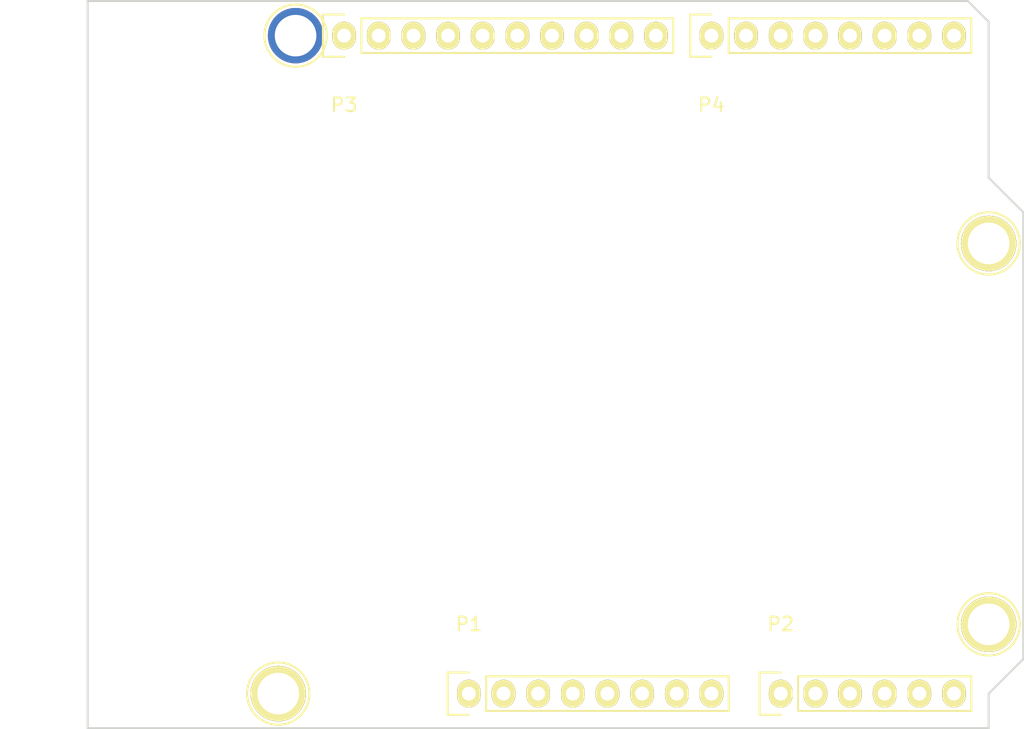
<source format=kicad_pcb>
(kicad_pcb (version 4) (host pcbnew "(2015-03-25 BZR 5536)-product")

  (general
    (links 4)
    (no_connects 4)
    (area 110.922999 72.949999 179.653001 126.440001)
    (thickness 1.6)
    (drawings 26)
    (tracks 0)
    (zones 0)
    (modules 8)
    (nets 29)
  )

  (page A4)
  (title_block
    (date "lun. 30 mars 2015")
  )

  (layers
    (0 F.Cu signal)
    (31 B.Cu signal)
    (32 B.Adhes user)
    (33 F.Adhes user)
    (34 B.Paste user)
    (35 F.Paste user)
    (36 B.SilkS user)
    (37 F.SilkS user)
    (38 B.Mask user)
    (39 F.Mask user)
    (40 Dwgs.User user)
    (41 Cmts.User user)
    (42 Eco1.User user)
    (43 Eco2.User user)
    (44 Edge.Cuts user)
    (45 Margin user)
    (46 B.CrtYd user)
    (47 F.CrtYd user)
    (48 B.Fab user)
    (49 F.Fab user)
  )

  (setup
    (last_trace_width 0.25)
    (trace_clearance 0.2)
    (zone_clearance 0.508)
    (zone_45_only no)
    (trace_min 0.2)
    (segment_width 0.15)
    (edge_width 0.15)
    (via_size 0.6)
    (via_drill 0.4)
    (via_min_size 0.4)
    (via_min_drill 0.3)
    (uvia_size 0.3)
    (uvia_drill 0.1)
    (uvias_allowed no)
    (uvia_min_size 0.2)
    (uvia_min_drill 0.1)
    (pcb_text_width 0.3)
    (pcb_text_size 1.5 1.5)
    (mod_edge_width 0.15)
    (mod_text_size 1 1)
    (mod_text_width 0.15)
    (pad_size 4.064 4.064)
    (pad_drill 3.048)
    (pad_to_mask_clearance 0)
    (aux_axis_origin 110.998 126.365)
    (grid_origin 110.998 126.365)
    (visible_elements FFFFFF7F)
    (pcbplotparams
      (layerselection 0x00030_80000001)
      (usegerberextensions false)
      (excludeedgelayer true)
      (linewidth 0.100000)
      (plotframeref false)
      (viasonmask false)
      (mode 1)
      (useauxorigin false)
      (hpglpennumber 1)
      (hpglpenspeed 20)
      (hpglpendiameter 15)
      (hpglpenoverlay 2)
      (psnegative false)
      (psa4output false)
      (plotreference true)
      (plotvalue true)
      (plotinvisibletext false)
      (padsonsilk false)
      (subtractmaskfromsilk false)
      (outputformat 1)
      (mirror false)
      (drillshape 1)
      (scaleselection 1)
      (outputdirectory ""))
  )

  (net 0 "")
  (net 1 /NC)
  (net 2 /IOREF)
  (net 3 /Reset)
  (net 4 +3.3V)
  (net 5 +5V)
  (net 6 GND)
  (net 7 /Vin)
  (net 8 /A0)
  (net 9 /A1)
  (net 10 /A2)
  (net 11 /A3)
  (net 12 /AREF)
  (net 13 "/A4(SDA)")
  (net 14 "/A5(SCL)")
  (net 15 /13)
  (net 16 /12)
  (net 17 "/11(**)")
  (net 18 "/10(**)")
  (net 19 "/9(**)")
  (net 20 /8)
  (net 21 /7)
  (net 22 "/6(**)")
  (net 23 "/5(**)")
  (net 24 /4)
  (net 25 "/3(**)")
  (net 26 /2)
  (net 27 "/1(Tx)")
  (net 28 "/0(Rx)")

  (net_class Default "This is the default net class."
    (clearance 0.2)
    (trace_width 0.25)
    (via_dia 0.6)
    (via_drill 0.4)
    (uvia_dia 0.3)
    (uvia_drill 0.1)
    (add_net +3.3V)
    (add_net +5V)
    (add_net "/0(Rx)")
    (add_net "/1(Tx)")
    (add_net "/10(**)")
    (add_net "/11(**)")
    (add_net /12)
    (add_net /13)
    (add_net /2)
    (add_net "/3(**)")
    (add_net /4)
    (add_net "/5(**)")
    (add_net "/6(**)")
    (add_net /7)
    (add_net /8)
    (add_net "/9(**)")
    (add_net /A0)
    (add_net /A1)
    (add_net /A2)
    (add_net /A3)
    (add_net "/A4(SDA)")
    (add_net "/A5(SCL)")
    (add_net /AREF)
    (add_net /IOREF)
    (add_net /NC)
    (add_net /Reset)
    (add_net /Vin)
    (add_net GND)
  )

  (module Connect:1pin (layer F.Cu) (tedit 551AF6AF) (tstamp 551AF526)
    (at 126.238 75.565)
    (descr "module 1 pin (ou trou mecanique de percage)")
    (tags DEV)
    (fp_text reference REF** (at 0 -3.048) (layer F.SilkS) hide
      (effects (font (size 1 1) (thickness 0.15)))
    )
    (fp_text value 1pin (at 0 2.794) (layer F.Fab) hide
      (effects (font (size 1 1) (thickness 0.15)))
    )
    (fp_circle (center 0 0) (end 0 -2.286) (layer F.SilkS) (width 0.15))
    (pad "" thru_hole circle (at 0 0) (size 4.064 4.064) (drill 3.048) (layers *.Cu *.Mask))
  )

  (module Connect:1pin (layer F.Cu) (tedit 551AF6A9) (tstamp 551AF644)
    (at 177.038 90.805)
    (descr "module 1 pin (ou trou mecanique de percage)")
    (tags DEV)
    (fp_text reference REF** (at 0 -3.048) (layer F.SilkS) hide
      (effects (font (size 1 1) (thickness 0.15)))
    )
    (fp_text value 1pin (at 0 2.794) (layer F.Fab) hide
      (effects (font (size 1 1) (thickness 0.15)))
    )
    (fp_circle (center 0 0) (end 0 -2.286) (layer F.SilkS) (width 0.15))
    (pad "" thru_hole circle (at 0 0) (size 4.064 4.064) (drill 3.048) (layers *.Cu *.Mask F.SilkS))
  )

  (module Connect:1pin (layer F.Cu) (tedit 551AF6DC) (tstamp 551AF6B8)
    (at 124.968 123.825)
    (descr "module 1 pin (ou trou mecanique de percage)")
    (tags DEV)
    (fp_text reference REF** (at 0 -3.048) (layer F.SilkS) hide
      (effects (font (size 1 1) (thickness 0.15)))
    )
    (fp_text value 1pin (at 0 2.794) (layer F.Fab) hide
      (effects (font (size 1 1) (thickness 0.15)))
    )
    (fp_circle (center 0 0) (end 0 -2.286) (layer F.SilkS) (width 0.15))
    (pad "" thru_hole circle (at 0 0) (size 4.064 4.064) (drill 3.048) (layers *.Cu *.Mask F.SilkS))
  )

  (module Connect:1pin (layer F.Cu) (tedit 551AF703) (tstamp 551AF6E7)
    (at 177.038 118.745)
    (descr "module 1 pin (ou trou mecanique de percage)")
    (tags DEV)
    (fp_text reference REF** (at 0 -3.048) (layer F.SilkS) hide
      (effects (font (size 1 1) (thickness 0.15)))
    )
    (fp_text value 1pin (at 0 2.794) (layer F.Fab) hide
      (effects (font (size 1 1) (thickness 0.15)))
    )
    (fp_circle (center 0 0) (end 0 -2.286) (layer F.SilkS) (width 0.15))
    (pad "" thru_hole circle (at 0 0) (size 4.064 4.064) (drill 3.048) (layers *.Cu *.Mask F.SilkS))
  )

  (module Socket_Arduino_Uno:Socket_Strip_Arduino_1x08 (layer F.Cu) (tedit 551AF8B3) (tstamp 551AF9EA)
    (at 138.938 123.825)
    (descr "Through hole socket strip")
    (tags "socket strip")
    (path /5517C2C1)
    (fp_text reference P1 (at 0 -5.1) (layer F.SilkS)
      (effects (font (size 1 1) (thickness 0.15)))
    )
    (fp_text value Power (at 0 -3.1) (layer F.Fab)
      (effects (font (size 1 1) (thickness 0.15)))
    )
    (fp_line (start -1.75 -1.75) (end -1.75 1.75) (layer F.CrtYd) (width 0.05))
    (fp_line (start 19.55 -1.75) (end 19.55 1.75) (layer F.CrtYd) (width 0.05))
    (fp_line (start -1.75 -1.75) (end 19.55 -1.75) (layer F.CrtYd) (width 0.05))
    (fp_line (start -1.75 1.75) (end 19.55 1.75) (layer F.CrtYd) (width 0.05))
    (fp_line (start 1.27 1.27) (end 19.05 1.27) (layer F.SilkS) (width 0.15))
    (fp_line (start 19.05 1.27) (end 19.05 -1.27) (layer F.SilkS) (width 0.15))
    (fp_line (start 19.05 -1.27) (end 1.27 -1.27) (layer F.SilkS) (width 0.15))
    (fp_line (start -1.55 1.55) (end 0 1.55) (layer F.SilkS) (width 0.15))
    (fp_line (start 1.27 1.27) (end 1.27 -1.27) (layer F.SilkS) (width 0.15))
    (fp_line (start 0 -1.55) (end -1.55 -1.55) (layer F.SilkS) (width 0.15))
    (fp_line (start -1.55 -1.55) (end -1.55 1.55) (layer F.SilkS) (width 0.15))
    (pad 1 thru_hole oval (at 0 0) (size 1.7272 2.032) (drill 1.016) (layers *.Cu *.Mask F.SilkS)
      (net 1 /NC))
    (pad 2 thru_hole oval (at 2.54 0) (size 1.7272 2.032) (drill 1.016) (layers *.Cu *.Mask F.SilkS)
      (net 2 /IOREF))
    (pad 3 thru_hole oval (at 5.08 0) (size 1.7272 2.032) (drill 1.016) (layers *.Cu *.Mask F.SilkS)
      (net 3 /Reset))
    (pad 4 thru_hole oval (at 7.62 0) (size 1.7272 2.032) (drill 1.016) (layers *.Cu *.Mask F.SilkS)
      (net 4 +3.3V))
    (pad 5 thru_hole oval (at 10.16 0) (size 1.7272 2.032) (drill 1.016) (layers *.Cu *.Mask F.SilkS)
      (net 5 +5V))
    (pad 6 thru_hole oval (at 12.7 0) (size 1.7272 2.032) (drill 1.016) (layers *.Cu *.Mask F.SilkS)
      (net 6 GND))
    (pad 7 thru_hole oval (at 15.24 0) (size 1.7272 2.032) (drill 1.016) (layers *.Cu *.Mask F.SilkS)
      (net 6 GND))
    (pad 8 thru_hole oval (at 17.78 0) (size 1.7272 2.032) (drill 1.016) (layers *.Cu *.Mask F.SilkS)
      (net 7 /Vin))
    (model ${KIPRJMOD}/Socket_Arduino_Uno.3dshapes/Socket_header_Arduino_1x08.wrl
      (at (xyz 0.35 0 0))
      (scale (xyz 1 1 1))
      (rotate (xyz 0 0 180))
    )
  )

  (module Socket_Arduino_Uno:Socket_Strip_Arduino_1x06 (layer F.Cu) (tedit 551AF7D9) (tstamp 551AF9FF)
    (at 161.798 123.825)
    (descr "Through hole socket strip")
    (tags "socket strip")
    (path /5517C323)
    (fp_text reference P2 (at 0 -5.1) (layer F.SilkS)
      (effects (font (size 1 1) (thickness 0.15)))
    )
    (fp_text value Analog (at 0 -3.1) (layer F.Fab)
      (effects (font (size 1 1) (thickness 0.15)))
    )
    (fp_line (start -1.75 -1.75) (end -1.75 1.75) (layer F.CrtYd) (width 0.05))
    (fp_line (start 14.45 -1.75) (end 14.45 1.75) (layer F.CrtYd) (width 0.05))
    (fp_line (start -1.75 -1.75) (end 14.45 -1.75) (layer F.CrtYd) (width 0.05))
    (fp_line (start -1.75 1.75) (end 14.45 1.75) (layer F.CrtYd) (width 0.05))
    (fp_line (start 1.27 1.27) (end 13.97 1.27) (layer F.SilkS) (width 0.15))
    (fp_line (start 13.97 1.27) (end 13.97 -1.27) (layer F.SilkS) (width 0.15))
    (fp_line (start 13.97 -1.27) (end 1.27 -1.27) (layer F.SilkS) (width 0.15))
    (fp_line (start -1.55 1.55) (end 0 1.55) (layer F.SilkS) (width 0.15))
    (fp_line (start 1.27 1.27) (end 1.27 -1.27) (layer F.SilkS) (width 0.15))
    (fp_line (start 0 -1.55) (end -1.55 -1.55) (layer F.SilkS) (width 0.15))
    (fp_line (start -1.55 -1.55) (end -1.55 1.55) (layer F.SilkS) (width 0.15))
    (pad 1 thru_hole oval (at 0 0) (size 1.7272 2.032) (drill 1.016) (layers *.Cu *.Mask F.SilkS)
      (net 8 /A0))
    (pad 2 thru_hole oval (at 2.54 0) (size 1.7272 2.032) (drill 1.016) (layers *.Cu *.Mask F.SilkS)
      (net 9 /A1))
    (pad 3 thru_hole oval (at 5.08 0) (size 1.7272 2.032) (drill 1.016) (layers *.Cu *.Mask F.SilkS)
      (net 10 /A2))
    (pad 4 thru_hole oval (at 7.62 0) (size 1.7272 2.032) (drill 1.016) (layers *.Cu *.Mask F.SilkS)
      (net 11 /A3))
    (pad 5 thru_hole oval (at 10.16 0) (size 1.7272 2.032) (drill 1.016) (layers *.Cu *.Mask F.SilkS)
      (net 13 "/A4(SDA)"))
    (pad 6 thru_hole oval (at 12.7 0) (size 1.7272 2.032) (drill 1.016) (layers *.Cu *.Mask F.SilkS)
      (net 14 "/A5(SCL)"))
    (model ${KIPRJMOD}/Socket_Arduino_Uno.3dshapes/Socket_header_Arduino_1x06.wrl
      (at (xyz 0.25 0 0))
      (scale (xyz 1 1 1))
      (rotate (xyz 0 0 180))
    )
  )

  (module Socket_Arduino_Uno:Socket_Strip_Arduino_1x10 (layer F.Cu) (tedit 551AF9FB) (tstamp 551AFA18)
    (at 129.794 75.565)
    (descr "Through hole socket strip")
    (tags "socket strip")
    (path /5517C46C)
    (fp_text reference P3 (at 0 5.08) (layer F.SilkS)
      (effects (font (size 1 1) (thickness 0.15)))
    )
    (fp_text value Digital (at 0 3.048) (layer F.Fab)
      (effects (font (size 1 1) (thickness 0.15)))
    )
    (fp_line (start -1.75 -1.75) (end -1.75 1.75) (layer F.CrtYd) (width 0.05))
    (fp_line (start 24.65 -1.75) (end 24.65 1.75) (layer F.CrtYd) (width 0.05))
    (fp_line (start -1.75 -1.75) (end 24.65 -1.75) (layer F.CrtYd) (width 0.05))
    (fp_line (start -1.75 1.75) (end 24.65 1.75) (layer F.CrtYd) (width 0.05))
    (fp_line (start 1.27 1.27) (end 24.13 1.27) (layer F.SilkS) (width 0.15))
    (fp_line (start 24.13 1.27) (end 24.13 -1.27) (layer F.SilkS) (width 0.15))
    (fp_line (start 24.13 -1.27) (end 1.27 -1.27) (layer F.SilkS) (width 0.15))
    (fp_line (start -1.55 1.55) (end 0 1.55) (layer F.SilkS) (width 0.15))
    (fp_line (start 1.27 1.27) (end 1.27 -1.27) (layer F.SilkS) (width 0.15))
    (fp_line (start 0 -1.55) (end -1.55 -1.55) (layer F.SilkS) (width 0.15))
    (fp_line (start -1.55 -1.55) (end -1.55 1.55) (layer F.SilkS) (width 0.15))
    (pad 1 thru_hole oval (at 0 0) (size 1.7272 2.032) (drill 1.016) (layers *.Cu *.Mask F.SilkS)
      (net 14 "/A5(SCL)"))
    (pad 2 thru_hole oval (at 2.54 0) (size 1.7272 2.032) (drill 1.016) (layers *.Cu *.Mask F.SilkS)
      (net 13 "/A4(SDA)"))
    (pad 3 thru_hole oval (at 5.08 0) (size 1.7272 2.032) (drill 1.016) (layers *.Cu *.Mask F.SilkS)
      (net 12 /AREF))
    (pad 4 thru_hole oval (at 7.62 0) (size 1.7272 2.032) (drill 1.016) (layers *.Cu *.Mask F.SilkS)
      (net 6 GND))
    (pad 5 thru_hole oval (at 10.16 0) (size 1.7272 2.032) (drill 1.016) (layers *.Cu *.Mask F.SilkS)
      (net 15 /13))
    (pad 6 thru_hole oval (at 12.7 0) (size 1.7272 2.032) (drill 1.016) (layers *.Cu *.Mask F.SilkS)
      (net 16 /12))
    (pad 7 thru_hole oval (at 15.24 0) (size 1.7272 2.032) (drill 1.016) (layers *.Cu *.Mask F.SilkS)
      (net 17 "/11(**)"))
    (pad 8 thru_hole oval (at 17.78 0) (size 1.7272 2.032) (drill 1.016) (layers *.Cu *.Mask F.SilkS)
      (net 18 "/10(**)"))
    (pad 9 thru_hole oval (at 20.32 0) (size 1.7272 2.032) (drill 1.016) (layers *.Cu *.Mask F.SilkS)
      (net 19 "/9(**)"))
    (pad 10 thru_hole oval (at 22.86 0) (size 1.7272 2.032) (drill 1.016) (layers *.Cu *.Mask F.SilkS)
      (net 20 /8))
    (model ${KIPRJMOD}/Socket_Arduino_Uno.3dshapes/Socket_header_Arduino_1x10.wrl
      (at (xyz 0.45 0 0))
      (scale (xyz 1 1 1))
      (rotate (xyz 0 0 180))
    )
  )

  (module Socket_Arduino_Uno:Socket_Strip_Arduino_1x08 (layer F.Cu) (tedit 551AFA07) (tstamp 551AFA2F)
    (at 156.718 75.565)
    (descr "Through hole socket strip")
    (tags "socket strip")
    (path /5517C366)
    (fp_text reference P4 (at 0 5.08) (layer F.SilkS)
      (effects (font (size 1 1) (thickness 0.15)))
    )
    (fp_text value Digital (at 0 3.048) (layer F.Fab)
      (effects (font (size 1 1) (thickness 0.15)))
    )
    (fp_line (start -1.75 -1.75) (end -1.75 1.75) (layer F.CrtYd) (width 0.05))
    (fp_line (start 19.55 -1.75) (end 19.55 1.75) (layer F.CrtYd) (width 0.05))
    (fp_line (start -1.75 -1.75) (end 19.55 -1.75) (layer F.CrtYd) (width 0.05))
    (fp_line (start -1.75 1.75) (end 19.55 1.75) (layer F.CrtYd) (width 0.05))
    (fp_line (start 1.27 1.27) (end 19.05 1.27) (layer F.SilkS) (width 0.15))
    (fp_line (start 19.05 1.27) (end 19.05 -1.27) (layer F.SilkS) (width 0.15))
    (fp_line (start 19.05 -1.27) (end 1.27 -1.27) (layer F.SilkS) (width 0.15))
    (fp_line (start -1.55 1.55) (end 0 1.55) (layer F.SilkS) (width 0.15))
    (fp_line (start 1.27 1.27) (end 1.27 -1.27) (layer F.SilkS) (width 0.15))
    (fp_line (start 0 -1.55) (end -1.55 -1.55) (layer F.SilkS) (width 0.15))
    (fp_line (start -1.55 -1.55) (end -1.55 1.55) (layer F.SilkS) (width 0.15))
    (pad 1 thru_hole oval (at 0 0) (size 1.7272 2.032) (drill 1.016) (layers *.Cu *.Mask F.SilkS)
      (net 21 /7))
    (pad 2 thru_hole oval (at 2.54 0) (size 1.7272 2.032) (drill 1.016) (layers *.Cu *.Mask F.SilkS)
      (net 22 "/6(**)"))
    (pad 3 thru_hole oval (at 5.08 0) (size 1.7272 2.032) (drill 1.016) (layers *.Cu *.Mask F.SilkS)
      (net 23 "/5(**)"))
    (pad 4 thru_hole oval (at 7.62 0) (size 1.7272 2.032) (drill 1.016) (layers *.Cu *.Mask F.SilkS)
      (net 24 /4))
    (pad 5 thru_hole oval (at 10.16 0) (size 1.7272 2.032) (drill 1.016) (layers *.Cu *.Mask F.SilkS)
      (net 25 "/3(**)"))
    (pad 6 thru_hole oval (at 12.7 0) (size 1.7272 2.032) (drill 1.016) (layers *.Cu *.Mask F.SilkS)
      (net 26 /2))
    (pad 7 thru_hole oval (at 15.24 0) (size 1.7272 2.032) (drill 1.016) (layers *.Cu *.Mask F.SilkS)
      (net 27 "/1(Tx)"))
    (pad 8 thru_hole oval (at 17.78 0) (size 1.7272 2.032) (drill 1.016) (layers *.Cu *.Mask F.SilkS)
      (net 28 "/0(Rx)"))
    (model ${KIPRJMOD}/Socket_Arduino_Uno.3dshapes/Socket_header_Arduino_1x08.wrl
      (at (xyz 0.35 0 0))
      (scale (xyz 1 1 1))
      (rotate (xyz 0 0 180))
    )
  )

  (gr_circle (center 117.348 76.962) (end 118.618 76.962) (layer Dwgs.User) (width 0.15))
  (gr_line (start 114.427 78.994) (end 114.427 74.93) (angle 90) (layer Dwgs.User) (width 0.15))
  (gr_line (start 120.269 78.994) (end 114.427 78.994) (angle 90) (layer Dwgs.User) (width 0.15))
  (gr_line (start 120.269 74.93) (end 120.269 78.994) (angle 90) (layer Dwgs.User) (width 0.15))
  (gr_line (start 114.427 74.93) (end 120.269 74.93) (angle 90) (layer Dwgs.User) (width 0.15))
  (gr_line (start 120.523 93.98) (end 104.648 93.98) (angle 90) (layer Dwgs.User) (width 0.15))
  (gr_line (start 177.038 74.549) (end 175.514 73.025) (angle 90) (layer Edge.Cuts) (width 0.15))
  (gr_line (start 177.038 85.979) (end 177.038 74.549) (angle 90) (layer Edge.Cuts) (width 0.15))
  (gr_line (start 179.578 88.519) (end 177.038 85.979) (angle 90) (layer Edge.Cuts) (width 0.15))
  (gr_line (start 179.578 121.285) (end 179.578 88.519) (angle 90) (layer Edge.Cuts) (width 0.15))
  (gr_line (start 177.038 123.825) (end 179.578 121.285) (angle 90) (layer Edge.Cuts) (width 0.15))
  (gr_line (start 177.038 126.365) (end 177.038 123.825) (angle 90) (layer Edge.Cuts) (width 0.15))
  (gr_line (start 110.998 126.365) (end 177.038 126.365) (angle 90) (layer Edge.Cuts) (width 0.15))
  (gr_line (start 110.998 73.025) (end 110.998 126.365) (angle 90) (layer Edge.Cuts) (width 0.15))
  (gr_line (start 175.514 73.025) (end 110.998 73.025) (angle 90) (layer Edge.Cuts) (width 0.15))
  (gr_line (start 173.355 102.235) (end 173.355 94.615) (angle 90) (layer Dwgs.User) (width 0.15))
  (gr_line (start 178.435 102.235) (end 173.355 102.235) (angle 90) (layer Dwgs.User) (width 0.15))
  (gr_line (start 178.435 94.615) (end 178.435 102.235) (angle 90) (layer Dwgs.User) (width 0.15))
  (gr_line (start 173.355 94.615) (end 178.435 94.615) (angle 90) (layer Dwgs.User) (width 0.15))
  (gr_line (start 109.093 123.19) (end 109.093 114.3) (angle 90) (layer Dwgs.User) (width 0.15))
  (gr_line (start 122.428 123.19) (end 109.093 123.19) (angle 90) (layer Dwgs.User) (width 0.15))
  (gr_line (start 122.428 114.3) (end 122.428 123.19) (angle 90) (layer Dwgs.User) (width 0.15))
  (gr_line (start 109.093 114.3) (end 122.428 114.3) (angle 90) (layer Dwgs.User) (width 0.15))
  (gr_line (start 104.648 93.98) (end 104.648 82.55) (angle 90) (layer Dwgs.User) (width 0.15))
  (gr_line (start 120.523 82.55) (end 120.523 93.98) (angle 90) (layer Dwgs.User) (width 0.15))
  (gr_line (start 104.648 82.55) (end 120.523 82.55) (angle 90) (layer Dwgs.User) (width 0.15))

)

</source>
